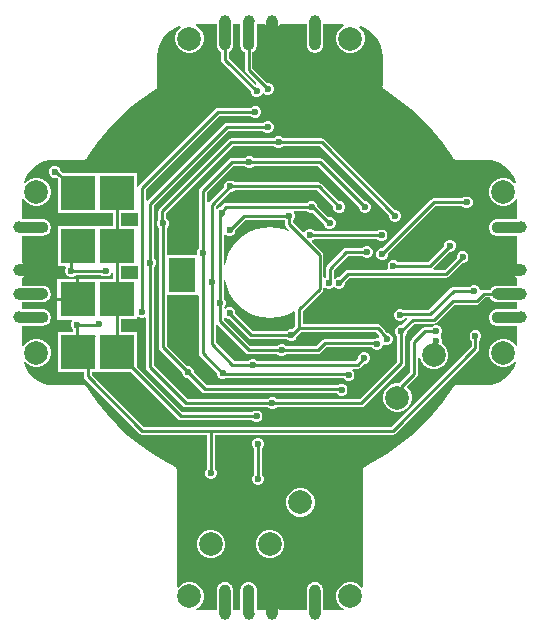
<source format=gbl>
G04*
G04 #@! TF.GenerationSoftware,Altium Limited,Altium Designer,23.8.1 (32)*
G04*
G04 Layer_Physical_Order=2*
G04 Layer_Color=16711680*
%FSLAX44Y44*%
%MOMM*%
G71*
G04*
G04 #@! TF.SameCoordinates,569DF6A4-0AC1-4917-97B5-21C436C54E36*
G04*
G04*
G04 #@! TF.FilePolarity,Positive*
G04*
G01*
G75*
%ADD14C,0.2540*%
%ADD128C,1.0000*%
%ADD129C,2.0000*%
%ADD130R,2.3000X3.0000*%
%ADD131C,0.6000*%
%ADD132R,3.0000X3.0000*%
G36*
X62583Y208671D02*
X60732Y207602D01*
X58498Y205368D01*
X56918Y202632D01*
X56100Y199580D01*
Y196420D01*
X56918Y193368D01*
X58498Y190632D01*
X60732Y188398D01*
X63468Y186818D01*
X66520Y186000D01*
X69680D01*
X72732Y186818D01*
X75468Y188398D01*
X77702Y190632D01*
X79282Y193368D01*
X80100Y196420D01*
Y199580D01*
X79282Y202632D01*
X77702Y205368D01*
X75714Y207356D01*
X76023Y208401D01*
X76171Y208614D01*
X76950Y208591D01*
X80748Y207018D01*
X84355Y204808D01*
X87571Y202061D01*
X90318Y198844D01*
X92528Y195238D01*
X94147Y191330D01*
X95135Y187217D01*
X95434Y183413D01*
X95327Y182875D01*
X95327Y182875D01*
Y157912D01*
X95294Y157748D01*
X95527Y156577D01*
X96190Y155585D01*
X96765Y155201D01*
X96722Y155132D01*
X98876Y153854D01*
X109600Y146408D01*
X119765Y138216D01*
X129320Y129320D01*
X138216Y119765D01*
X146408Y109600D01*
X153854Y98876D01*
X155039Y96879D01*
X155104Y96920D01*
X155487Y96347D01*
X156479Y95684D01*
X157649Y95451D01*
X181388D01*
X181396Y95451D01*
X182649Y95451D01*
X183885Y95369D01*
X186866Y95134D01*
X190979Y94147D01*
X194887Y92528D01*
X198494Y90318D01*
X201710Y87571D01*
X204457Y84355D01*
X206667Y80748D01*
X208240Y76952D01*
X208260Y76174D01*
X208067Y76039D01*
X207001Y75720D01*
X205018Y77702D01*
X202282Y79282D01*
X199230Y80100D01*
X196070D01*
X193018Y79282D01*
X190282Y77702D01*
X188048Y75468D01*
X186468Y72732D01*
X185650Y69680D01*
Y66520D01*
X186468Y63468D01*
X188048Y60732D01*
X190282Y58498D01*
X193018Y56918D01*
X196070Y56100D01*
X199230D01*
X202282Y56918D01*
X205018Y58498D01*
X207252Y60732D01*
X208321Y62582D01*
X209591Y62242D01*
Y45139D01*
X192157D01*
X191961Y45100D01*
X191760D01*
X190794Y44908D01*
X190608Y44831D01*
X190411Y44792D01*
X189501Y44415D01*
X189334Y44303D01*
X189149Y44226D01*
X188330Y43679D01*
X188188Y43537D01*
X188021Y43426D01*
X187324Y42729D01*
X187213Y42562D01*
X187071Y42420D01*
X186523Y41601D01*
X186447Y41416D01*
X186335Y41249D01*
X185958Y40339D01*
X185919Y40142D01*
X185842Y39956D01*
X185650Y38990D01*
Y38789D01*
X185611Y38592D01*
X185611Y37608D01*
X185650Y37411D01*
Y37210D01*
X185842Y36244D01*
X185919Y36058D01*
X185958Y35861D01*
X186335Y34951D01*
X186447Y34784D01*
X186523Y34599D01*
X187071Y33780D01*
X187213Y33638D01*
X187324Y33471D01*
X188021Y32774D01*
X188188Y32663D01*
X188330Y32521D01*
X189149Y31974D01*
X189334Y31897D01*
X189501Y31785D01*
X190411Y31408D01*
X190608Y31369D01*
X190794Y31292D01*
X191760Y31100D01*
X191961D01*
X192157Y31061D01*
X209591D01*
Y8217D01*
X208352Y7501D01*
X207049Y6198D01*
X206127Y4602D01*
X205650Y2822D01*
Y978D01*
X206127Y-802D01*
X207049Y-2398D01*
X208352Y-3701D01*
X209591Y-4417D01*
Y-11061D01*
X192157D01*
X191961Y-11100D01*
X191760D01*
X190794Y-11292D01*
X190608Y-11369D01*
X190411Y-11408D01*
X189501Y-11785D01*
X189334Y-11897D01*
X189149Y-11974D01*
X188330Y-12521D01*
X188188Y-12663D01*
X188021Y-12774D01*
X187324Y-13471D01*
X187213Y-13638D01*
X187071Y-13780D01*
X186595Y-14492D01*
X181124D01*
X179848Y-14746D01*
X179220Y-15165D01*
X177950Y-14578D01*
Y-14505D01*
X177189Y-12668D01*
X175782Y-11261D01*
X173945Y-10500D01*
X171955D01*
X170118Y-11261D01*
X169213Y-12166D01*
X155550D01*
X154274Y-12420D01*
X153192Y-13142D01*
X134209Y-32126D01*
X113197D01*
X112832Y-31761D01*
X110995Y-31000D01*
X109005D01*
X107168Y-31761D01*
X105761Y-33168D01*
X105000Y-35006D01*
Y-36995D01*
X105761Y-38832D01*
X107168Y-40239D01*
X109005Y-41000D01*
X110995D01*
X112832Y-40239D01*
X114239Y-38832D01*
X114255Y-38794D01*
X115687D01*
X116173Y-39967D01*
X111280Y-44861D01*
X110001D01*
X108163Y-45622D01*
X106756Y-47028D01*
X105995Y-48866D01*
Y-50855D01*
X106756Y-52693D01*
X107661Y-53598D01*
Y-75624D01*
X76029Y-107256D01*
X5794D01*
X4889Y-106352D01*
X3051Y-105590D01*
X1062D01*
X-775Y-106352D01*
X-1680Y-107256D01*
X-70029D01*
X-98516Y-78769D01*
Y4557D01*
X-97611Y5462D01*
X-96850Y7300D01*
Y9289D01*
X-97611Y11127D01*
X-98516Y12032D01*
Y56525D01*
X-35175Y119866D01*
X-5587D01*
X-4682Y118961D01*
X-2845Y118200D01*
X-855D01*
X982Y118961D01*
X2389Y120368D01*
X3150Y122205D01*
Y124194D01*
X2389Y126032D01*
X982Y127439D01*
X-855Y128200D01*
X-2845D01*
X-4682Y127439D01*
X-5587Y126534D01*
X-36556D01*
X-37832Y126280D01*
X-38914Y125557D01*
X-103646Y60826D01*
X-104916Y61351D01*
Y70519D01*
X-42969Y132466D01*
X-16082D01*
X-15177Y131561D01*
X-13339Y130800D01*
X-11350D01*
X-9512Y131561D01*
X-8106Y132968D01*
X-7345Y134805D01*
Y136795D01*
X-8106Y138632D01*
X-9512Y140039D01*
X-11350Y140800D01*
X-13339D01*
X-15177Y140039D01*
X-16082Y139134D01*
X-44350D01*
X-45626Y138880D01*
X-46708Y138158D01*
X-110608Y74257D01*
X-111330Y73176D01*
X-111494Y72355D01*
X-112764Y72480D01*
Y84296D01*
X-175049D01*
X-177635Y86883D01*
X-178111Y88032D01*
X-179518Y89439D01*
X-181355Y90200D01*
X-183345D01*
X-185182Y89439D01*
X-186589Y88032D01*
X-187350Y86194D01*
Y84205D01*
X-186589Y82368D01*
X-185182Y80961D01*
X-183345Y80200D01*
X-181355D01*
X-180667Y80485D01*
X-179764Y79581D01*
Y50296D01*
X-133098D01*
Y39296D01*
X-179764D01*
Y5296D01*
X-173187D01*
X-172905Y4974D01*
X-172478Y4026D01*
X-173110Y2500D01*
Y511D01*
X-172349Y-1327D01*
X-170942Y-2733D01*
X-169105Y-3494D01*
X-167116D01*
X-165278Y-2733D01*
X-164338Y-1793D01*
X-142780D01*
X-141911Y-2663D01*
X-140073Y-3424D01*
X-138084D01*
X-136246Y-2663D01*
X-134840Y-1257D01*
X-134368Y-117D01*
X-133098Y-370D01*
Y-5704D01*
X-145224D01*
Y-5164D01*
X-161494D01*
Y-22704D01*
X-162764D01*
Y-23974D01*
X-180304D01*
Y-40244D01*
X-167682D01*
X-167196Y-41417D01*
X-167291Y-41512D01*
X-168052Y-43350D01*
Y-45339D01*
X-167291Y-47176D01*
X-166386Y-48081D01*
Y-50704D01*
X-179764D01*
Y-84704D01*
X-157334D01*
Y-88000D01*
X-157080Y-89276D01*
X-156357Y-90358D01*
X-110358Y-136358D01*
X-109276Y-137080D01*
X-108000Y-137334D01*
X-53334D01*
Y-166263D01*
X-54239Y-167168D01*
X-55000Y-169005D01*
Y-170995D01*
X-54239Y-172832D01*
X-52832Y-174239D01*
X-50995Y-175000D01*
X-49005D01*
X-47168Y-174239D01*
X-45761Y-172832D01*
X-45000Y-170995D01*
Y-169005D01*
X-45761Y-167168D01*
X-46666Y-166263D01*
Y-137334D01*
X104000D01*
X105276Y-137080D01*
X106357Y-136358D01*
X176358Y-66358D01*
X177080Y-65276D01*
X177334Y-64000D01*
Y-57737D01*
X178239Y-56832D01*
X179000Y-54995D01*
Y-53005D01*
X178239Y-51168D01*
X176832Y-49761D01*
X174995Y-49000D01*
X173005D01*
X171168Y-49761D01*
X169761Y-51168D01*
X169000Y-53005D01*
Y-54995D01*
X169761Y-56832D01*
X170666Y-57737D01*
Y-62619D01*
X102619Y-130666D01*
X-106619D01*
X-150666Y-86619D01*
Y-84704D01*
X-117479D01*
X-77925Y-124258D01*
X-76843Y-124980D01*
X-75567Y-125234D01*
X-15087D01*
X-14182Y-126139D01*
X-12345Y-126900D01*
X-10355D01*
X-8518Y-126139D01*
X-7111Y-124732D01*
X-6350Y-122895D01*
Y-120905D01*
X-7111Y-119068D01*
X-8518Y-117661D01*
X-10355Y-116900D01*
X-12345D01*
X-14182Y-117661D01*
X-15087Y-118566D01*
X-74186D01*
X-112764Y-79989D01*
Y-50704D01*
X-126430D01*
Y-39704D01*
X-112764D01*
Y-37574D01*
X-111494Y-37048D01*
X-111082Y-37459D01*
X-109245Y-38221D01*
X-107255D01*
X-106454Y-37889D01*
X-105184Y-38737D01*
Y-80150D01*
X-104930Y-81426D01*
X-104207Y-82508D01*
X-73767Y-112948D01*
X-72685Y-113671D01*
X-71410Y-113925D01*
X-1680D01*
X-775Y-114829D01*
X1062Y-115590D01*
X3051D01*
X4889Y-114829D01*
X5794Y-113925D01*
X77410D01*
X78685Y-113671D01*
X79767Y-112948D01*
X113353Y-79362D01*
X114075Y-78281D01*
X114329Y-77005D01*
Y-53598D01*
X115234Y-52693D01*
X115995Y-50855D01*
Y-49576D01*
X122237Y-43334D01*
X139250D01*
X140526Y-43080D01*
X141608Y-42358D01*
X156681Y-27284D01*
X175000D01*
X176276Y-27030D01*
X177357Y-26308D01*
X182505Y-21160D01*
X186299D01*
X186335Y-21249D01*
X186447Y-21416D01*
X186523Y-21601D01*
X187071Y-22420D01*
X187213Y-22562D01*
X187324Y-22729D01*
X188021Y-23426D01*
X188188Y-23537D01*
X188330Y-23679D01*
X189149Y-24226D01*
X189334Y-24303D01*
X189501Y-24415D01*
X190411Y-24792D01*
X190608Y-24831D01*
X190794Y-24908D01*
X191760Y-25100D01*
X191961D01*
X192157Y-25139D01*
X209591D01*
Y-31061D01*
X192157D01*
X191961Y-31100D01*
X191760D01*
X190794Y-31292D01*
X190608Y-31369D01*
X190411Y-31408D01*
X189501Y-31785D01*
X189334Y-31897D01*
X189149Y-31974D01*
X188330Y-32521D01*
X188188Y-32663D01*
X188021Y-32774D01*
X187324Y-33471D01*
X187213Y-33638D01*
X187071Y-33780D01*
X186523Y-34599D01*
X186447Y-34784D01*
X186335Y-34951D01*
X185958Y-35861D01*
X185919Y-36058D01*
X185842Y-36244D01*
X185650Y-37210D01*
Y-37411D01*
X185611Y-37608D01*
X185611Y-38593D01*
X185650Y-38789D01*
Y-38990D01*
X185842Y-39956D01*
X185919Y-40142D01*
X185958Y-40339D01*
X186335Y-41249D01*
X186447Y-41416D01*
X186523Y-41601D01*
X187071Y-42420D01*
X187213Y-42562D01*
X187324Y-42729D01*
X188021Y-43426D01*
X188188Y-43537D01*
X188330Y-43679D01*
X189149Y-44226D01*
X189334Y-44303D01*
X189501Y-44415D01*
X190411Y-44792D01*
X190608Y-44831D01*
X190794Y-44908D01*
X191760Y-45100D01*
X191961D01*
X192157Y-45139D01*
X209591D01*
Y-62242D01*
X208321Y-62582D01*
X207252Y-60732D01*
X205018Y-58498D01*
X202282Y-56918D01*
X199230Y-56100D01*
X196070D01*
X193018Y-56918D01*
X190282Y-58498D01*
X188048Y-60732D01*
X186468Y-63468D01*
X185650Y-66520D01*
Y-69680D01*
X186468Y-72732D01*
X188048Y-75468D01*
X190282Y-77702D01*
X193018Y-79282D01*
X196070Y-80100D01*
X199230D01*
X202282Y-79282D01*
X205018Y-77702D01*
X207001Y-75719D01*
X208066Y-76038D01*
X208260Y-76174D01*
X208240Y-76952D01*
X206667Y-80748D01*
X204457Y-84355D01*
X201710Y-87571D01*
X198494Y-90318D01*
X194887Y-92528D01*
X190979Y-94147D01*
X186866Y-95135D01*
X182703Y-95462D01*
X182649Y-95451D01*
X157649D01*
X156479Y-95684D01*
X155487Y-96347D01*
X155104Y-96920D01*
X155039Y-96879D01*
X153854Y-98876D01*
X146408Y-109600D01*
X138216Y-119765D01*
X129320Y-129320D01*
X119765Y-138216D01*
X109600Y-146408D01*
X98876Y-153854D01*
X87648Y-160515D01*
X80948Y-163869D01*
X80991Y-163958D01*
X80169Y-164508D01*
X80036Y-164707D01*
X79837Y-164839D01*
X79174Y-165832D01*
X78941Y-167002D01*
Y-171049D01*
Y-266474D01*
X77944Y-266741D01*
X77671Y-266751D01*
X75468Y-264548D01*
X72732Y-262968D01*
X69680Y-262150D01*
X66520D01*
X63468Y-262968D01*
X60732Y-264548D01*
X58498Y-266782D01*
X56918Y-269518D01*
X56100Y-272570D01*
Y-275730D01*
X56918Y-278782D01*
X58498Y-281518D01*
X60732Y-283752D01*
X62583Y-284821D01*
X62243Y-286091D01*
X45139D01*
Y-268657D01*
X45100Y-268461D01*
Y-268260D01*
X44908Y-267294D01*
X44831Y-267108D01*
X44792Y-266911D01*
X44415Y-266001D01*
X44303Y-265834D01*
X44226Y-265649D01*
X43679Y-264830D01*
X43537Y-264688D01*
X43426Y-264521D01*
X42729Y-263824D01*
X42562Y-263713D01*
X42420Y-263571D01*
X41601Y-263023D01*
X41416Y-262947D01*
X41249Y-262835D01*
X40339Y-262458D01*
X40142Y-262419D01*
X39956Y-262342D01*
X38990Y-262150D01*
X38790D01*
X38593Y-262111D01*
X37608D01*
X37411Y-262150D01*
X37210D01*
X36244Y-262342D01*
X36058Y-262419D01*
X35861Y-262458D01*
X34951Y-262835D01*
X34784Y-262947D01*
X34599Y-263023D01*
X33780Y-263571D01*
X33638Y-263713D01*
X33471Y-263824D01*
X32774Y-264521D01*
X32663Y-264688D01*
X32521Y-264830D01*
X31974Y-265649D01*
X31897Y-265834D01*
X31785Y-266001D01*
X31408Y-266911D01*
X31369Y-267108D01*
X31292Y-267294D01*
X31100Y-268260D01*
Y-268461D01*
X31061Y-268657D01*
Y-286091D01*
X8217D01*
X7501Y-284852D01*
X6198Y-283549D01*
X4602Y-282627D01*
X2822Y-282150D01*
X979D01*
X-802Y-282627D01*
X-2398Y-283549D01*
X-3701Y-284852D01*
X-4417Y-286091D01*
X-11061D01*
Y-268657D01*
X-11100Y-268461D01*
Y-268260D01*
X-11292Y-267294D01*
X-11369Y-267108D01*
X-11408Y-266911D01*
X-11785Y-266001D01*
X-11897Y-265834D01*
X-11974Y-265649D01*
X-12521Y-264830D01*
X-12663Y-264688D01*
X-12774Y-264521D01*
X-13471Y-263824D01*
X-13638Y-263713D01*
X-13780Y-263571D01*
X-14599Y-263023D01*
X-14784Y-262947D01*
X-14951Y-262835D01*
X-15861Y-262458D01*
X-16058Y-262419D01*
X-16244Y-262342D01*
X-17210Y-262150D01*
X-17411D01*
X-17608Y-262111D01*
X-18592D01*
X-18789Y-262150D01*
X-18990D01*
X-19956Y-262342D01*
X-20142Y-262419D01*
X-20339Y-262458D01*
X-21249Y-262835D01*
X-21416Y-262947D01*
X-21601Y-263023D01*
X-22420Y-263571D01*
X-22562Y-263713D01*
X-22729Y-263824D01*
X-23426Y-264521D01*
X-23537Y-264688D01*
X-23679Y-264830D01*
X-24226Y-265649D01*
X-24303Y-265834D01*
X-24415Y-266001D01*
X-24792Y-266911D01*
X-24831Y-267108D01*
X-24908Y-267294D01*
X-25100Y-268260D01*
Y-268461D01*
X-25139Y-268657D01*
Y-286091D01*
X-31061D01*
Y-268657D01*
X-31100Y-268461D01*
Y-268260D01*
X-31292Y-267294D01*
X-31369Y-267108D01*
X-31408Y-266911D01*
X-31785Y-266001D01*
X-31897Y-265834D01*
X-31974Y-265649D01*
X-32521Y-264830D01*
X-32663Y-264688D01*
X-32774Y-264521D01*
X-33471Y-263824D01*
X-33638Y-263713D01*
X-33780Y-263571D01*
X-34599Y-263023D01*
X-34784Y-262947D01*
X-34951Y-262835D01*
X-35861Y-262458D01*
X-36058Y-262419D01*
X-36244Y-262342D01*
X-37210Y-262150D01*
X-37411D01*
X-37608Y-262111D01*
X-38593D01*
X-38790Y-262150D01*
X-38990D01*
X-39956Y-262342D01*
X-40142Y-262419D01*
X-40339Y-262458D01*
X-41249Y-262835D01*
X-41416Y-262947D01*
X-41601Y-263023D01*
X-42420Y-263571D01*
X-42562Y-263713D01*
X-42729Y-263824D01*
X-43426Y-264521D01*
X-43537Y-264688D01*
X-43679Y-264830D01*
X-44226Y-265649D01*
X-44303Y-265834D01*
X-44415Y-266001D01*
X-44792Y-266911D01*
X-44831Y-267108D01*
X-44908Y-267294D01*
X-45100Y-268260D01*
Y-268461D01*
X-45139Y-268657D01*
Y-286091D01*
X-62243D01*
X-62583Y-284821D01*
X-60732Y-283752D01*
X-58498Y-281518D01*
X-56918Y-278782D01*
X-56100Y-275730D01*
Y-272570D01*
X-56918Y-269518D01*
X-58498Y-266782D01*
X-60732Y-264548D01*
X-63468Y-262968D01*
X-66520Y-262150D01*
X-69680D01*
X-72732Y-262968D01*
X-75468Y-264548D01*
X-77671Y-266751D01*
X-77944Y-266741D01*
X-78941Y-266474D01*
Y-172000D01*
Y-167002D01*
X-79174Y-165832D01*
X-79837Y-164839D01*
X-80036Y-164707D01*
X-80169Y-164508D01*
X-80991Y-163958D01*
X-80948Y-163869D01*
X-87648Y-160515D01*
X-98876Y-153854D01*
X-109600Y-146408D01*
X-119765Y-138216D01*
X-129320Y-129320D01*
X-138216Y-119765D01*
X-146408Y-109600D01*
X-153854Y-98876D01*
X-155039Y-96879D01*
X-155104Y-96920D01*
X-155486Y-96347D01*
X-156479Y-95684D01*
X-157649Y-95451D01*
X-182649D01*
X-182703Y-95462D01*
X-186866Y-95135D01*
X-190979Y-94147D01*
X-194887Y-92528D01*
X-198494Y-90318D01*
X-201710Y-87571D01*
X-204457Y-84355D01*
X-206667Y-80748D01*
X-208240Y-76952D01*
X-208260Y-76174D01*
X-208067Y-76039D01*
X-207001Y-75720D01*
X-205018Y-77702D01*
X-202282Y-79282D01*
X-199230Y-80100D01*
X-196070D01*
X-193018Y-79282D01*
X-190282Y-77702D01*
X-188048Y-75468D01*
X-186468Y-72732D01*
X-185650Y-69680D01*
Y-66520D01*
X-186468Y-63468D01*
X-188048Y-60732D01*
X-190282Y-58498D01*
X-193018Y-56918D01*
X-196070Y-56100D01*
X-199230D01*
X-202282Y-56918D01*
X-205018Y-58498D01*
X-207252Y-60732D01*
X-208321Y-62582D01*
X-209591Y-62242D01*
Y-45139D01*
X-192157D01*
X-191961Y-45100D01*
X-191760D01*
X-190794Y-44908D01*
X-190608Y-44831D01*
X-190411Y-44792D01*
X-189501Y-44415D01*
X-189334Y-44303D01*
X-189149Y-44226D01*
X-188330Y-43679D01*
X-188188Y-43537D01*
X-188021Y-43426D01*
X-187324Y-42729D01*
X-187213Y-42562D01*
X-187071Y-42420D01*
X-186523Y-41601D01*
X-186447Y-41416D01*
X-186335Y-41249D01*
X-185958Y-40339D01*
X-185919Y-40142D01*
X-185842Y-39956D01*
X-185650Y-38990D01*
Y-38789D01*
X-185611Y-38592D01*
Y-37608D01*
X-185650Y-37411D01*
Y-37210D01*
X-185842Y-36244D01*
X-185919Y-36058D01*
X-185958Y-35861D01*
X-186335Y-34951D01*
X-186447Y-34784D01*
X-186523Y-34599D01*
X-187071Y-33780D01*
X-187213Y-33638D01*
X-187324Y-33471D01*
X-188021Y-32774D01*
X-188188Y-32663D01*
X-188330Y-32521D01*
X-189149Y-31974D01*
X-189334Y-31897D01*
X-189501Y-31785D01*
X-190411Y-31408D01*
X-190608Y-31369D01*
X-190794Y-31292D01*
X-191760Y-31100D01*
X-191961D01*
X-192157Y-31061D01*
X-192650Y-31061D01*
X-209591D01*
Y-25139D01*
X-192157D01*
X-191961Y-25100D01*
X-191760D01*
X-190794Y-24908D01*
X-190608Y-24831D01*
X-190411Y-24792D01*
X-189501Y-24415D01*
X-189334Y-24303D01*
X-189149Y-24226D01*
X-188330Y-23679D01*
X-188188Y-23537D01*
X-188021Y-23426D01*
X-187324Y-22729D01*
X-187213Y-22562D01*
X-187071Y-22420D01*
X-186523Y-21601D01*
X-186447Y-21416D01*
X-186335Y-21249D01*
X-185958Y-20339D01*
X-185919Y-20142D01*
X-185842Y-19956D01*
X-185650Y-18990D01*
Y-18789D01*
X-185611Y-18592D01*
Y-17608D01*
X-185650Y-17411D01*
Y-17210D01*
X-185842Y-16244D01*
X-185919Y-16058D01*
X-185958Y-15861D01*
X-186335Y-14951D01*
X-186447Y-14784D01*
X-186523Y-14599D01*
X-187071Y-13780D01*
X-187213Y-13638D01*
X-187324Y-13471D01*
X-188021Y-12774D01*
X-188188Y-12663D01*
X-188330Y-12521D01*
X-189149Y-11974D01*
X-189334Y-11897D01*
X-189501Y-11785D01*
X-190411Y-11408D01*
X-190608Y-11369D01*
X-190794Y-11292D01*
X-191760Y-11100D01*
X-191961D01*
X-192157Y-11061D01*
X-192650Y-11061D01*
X-209591D01*
Y-4417D01*
X-208352Y-3701D01*
X-207049Y-2398D01*
X-206127Y-802D01*
X-205650Y979D01*
Y2822D01*
X-206127Y4602D01*
X-207049Y6198D01*
X-208352Y7501D01*
X-209591Y8217D01*
Y31061D01*
X-192157D01*
X-191961Y31100D01*
X-191760D01*
X-190794Y31292D01*
X-190608Y31369D01*
X-190411Y31408D01*
X-189501Y31785D01*
X-189334Y31897D01*
X-189149Y31974D01*
X-188330Y32521D01*
X-188188Y32663D01*
X-188021Y32774D01*
X-187324Y33471D01*
X-187213Y33638D01*
X-187071Y33780D01*
X-186523Y34599D01*
X-186447Y34784D01*
X-186335Y34951D01*
X-185958Y35861D01*
X-185919Y36058D01*
X-185842Y36244D01*
X-185650Y37210D01*
Y37411D01*
X-185611Y37608D01*
Y38593D01*
X-185650Y38790D01*
Y38990D01*
X-185842Y39956D01*
X-185919Y40142D01*
X-185958Y40339D01*
X-186335Y41249D01*
X-186447Y41416D01*
X-186523Y41601D01*
X-187071Y42420D01*
X-187213Y42562D01*
X-187324Y42729D01*
X-188021Y43426D01*
X-188188Y43537D01*
X-188330Y43679D01*
X-189149Y44226D01*
X-189334Y44303D01*
X-189501Y44415D01*
X-190411Y44792D01*
X-190608Y44831D01*
X-190794Y44908D01*
X-191760Y45100D01*
X-191961D01*
X-192157Y45139D01*
X-192650Y45139D01*
X-209591D01*
Y62242D01*
X-208321Y62582D01*
X-207252Y60732D01*
X-205018Y58498D01*
X-202282Y56918D01*
X-199230Y56100D01*
X-196070D01*
X-193018Y56918D01*
X-190282Y58498D01*
X-188048Y60732D01*
X-186468Y63468D01*
X-185650Y66520D01*
Y69680D01*
X-186468Y72732D01*
X-188048Y75468D01*
X-190282Y77702D01*
X-193018Y79282D01*
X-196070Y80100D01*
X-199230D01*
X-202282Y79282D01*
X-205018Y77702D01*
X-207001Y75720D01*
X-208068Y76040D01*
X-208260Y76174D01*
X-208240Y76952D01*
X-206667Y80748D01*
X-204457Y84355D01*
X-201710Y87571D01*
X-198494Y90318D01*
X-194887Y92528D01*
X-190979Y94147D01*
X-186866Y95134D01*
X-182703Y95462D01*
X-182649Y95451D01*
X-157649D01*
X-156479Y95684D01*
X-155486Y96347D01*
X-155104Y96920D01*
X-155039Y96879D01*
X-153854Y98876D01*
X-146408Y109600D01*
X-138216Y119765D01*
X-129320Y129320D01*
X-119765Y138216D01*
X-109600Y146408D01*
X-98876Y153854D01*
X-96835Y155065D01*
X-96876Y155131D01*
X-96303Y155514D01*
X-95640Y156506D01*
X-95407Y157677D01*
X-95451Y157899D01*
X-95451Y183000D01*
X-95462Y183054D01*
X-95134Y187217D01*
X-94147Y191330D01*
X-92528Y195238D01*
X-90318Y198844D01*
X-87571Y202061D01*
X-84355Y204808D01*
X-80748Y207018D01*
X-76950Y208591D01*
X-76171Y208613D01*
X-76024Y208402D01*
X-75715Y207356D01*
X-77702Y205368D01*
X-79282Y202632D01*
X-80100Y199580D01*
Y196420D01*
X-79282Y193368D01*
X-77702Y190632D01*
X-75468Y188398D01*
X-72732Y186818D01*
X-69680Y186000D01*
X-66520D01*
X-63468Y186818D01*
X-60732Y188398D01*
X-58498Y190632D01*
X-56918Y193368D01*
X-56100Y196420D01*
Y199580D01*
X-56918Y202632D01*
X-58498Y205368D01*
X-60732Y207602D01*
X-62583Y208671D01*
X-62243Y209941D01*
X-45139D01*
Y192507D01*
X-45100Y192311D01*
Y192110D01*
X-44908Y191144D01*
X-44831Y190958D01*
X-44792Y190761D01*
X-44415Y189851D01*
X-44303Y189684D01*
X-44226Y189499D01*
X-43679Y188680D01*
X-43537Y188538D01*
X-43426Y188371D01*
X-42729Y187674D01*
X-42562Y187563D01*
X-42420Y187421D01*
X-41601Y186873D01*
X-41434Y186804D01*
Y180147D01*
X-41180Y178872D01*
X-40458Y177790D01*
X-16350Y153682D01*
Y152403D01*
X-15589Y150565D01*
X-14182Y149159D01*
X-12345Y148398D01*
X-10355D01*
X-8518Y149159D01*
X-7111Y150565D01*
X-6722Y151505D01*
X-5224Y151803D01*
X-4682Y151261D01*
X-2845Y150500D01*
X-855D01*
X982Y151261D01*
X2389Y152668D01*
X3150Y154505D01*
Y156495D01*
X2389Y158332D01*
X982Y159739D01*
X-855Y160500D01*
X-2135D01*
X-14766Y173131D01*
Y186804D01*
X-14599Y186873D01*
X-13780Y187421D01*
X-13638Y187563D01*
X-13471Y187674D01*
X-12774Y188371D01*
X-12663Y188538D01*
X-12521Y188680D01*
X-11974Y189499D01*
X-11897Y189684D01*
X-11785Y189851D01*
X-11408Y190761D01*
X-11369Y190958D01*
X-11292Y191144D01*
X-11100Y192110D01*
Y192311D01*
X-11061Y192507D01*
Y209941D01*
X-4417D01*
X-3701Y208702D01*
X-2398Y207399D01*
X-802Y206477D01*
X979Y206000D01*
X2822D01*
X4602Y206477D01*
X6198Y207399D01*
X7501Y208702D01*
X8217Y209941D01*
X31061D01*
Y192507D01*
X31100Y192311D01*
Y192110D01*
X31292Y191144D01*
X31369Y190958D01*
X31408Y190761D01*
X31785Y189851D01*
X31897Y189684D01*
X31974Y189499D01*
X32521Y188680D01*
X32663Y188538D01*
X32774Y188371D01*
X33471Y187674D01*
X33638Y187563D01*
X33780Y187421D01*
X34599Y186873D01*
X34784Y186797D01*
X34951Y186685D01*
X35861Y186308D01*
X36058Y186269D01*
X36244Y186192D01*
X37210Y186000D01*
X37411D01*
X37608Y185961D01*
X38593D01*
X38790Y186000D01*
X38990D01*
X39956Y186192D01*
X40142Y186269D01*
X40339Y186308D01*
X41249Y186685D01*
X41416Y186797D01*
X41601Y186873D01*
X42420Y187421D01*
X42562Y187563D01*
X42729Y187674D01*
X43426Y188371D01*
X43537Y188538D01*
X43679Y188680D01*
X44226Y189499D01*
X44303Y189684D01*
X44415Y189851D01*
X44792Y190761D01*
X44831Y190958D01*
X44908Y191144D01*
X45100Y192110D01*
Y192311D01*
X45139Y192507D01*
Y209941D01*
X62243D01*
X62583Y208671D01*
D02*
G37*
G36*
X-25139Y192507D02*
X-25100Y192311D01*
Y192110D01*
X-24908Y191144D01*
X-24831Y190958D01*
X-24792Y190761D01*
X-24415Y189851D01*
X-24303Y189684D01*
X-24226Y189499D01*
X-23679Y188680D01*
X-23537Y188538D01*
X-23426Y188371D01*
X-22729Y187674D01*
X-22562Y187563D01*
X-22420Y187421D01*
X-21601Y186873D01*
X-21434Y186804D01*
Y171750D01*
X-21180Y170474D01*
X-20457Y169392D01*
X-11609Y160544D01*
X-12027Y159166D01*
X-12341Y159103D01*
X-34766Y181528D01*
Y186804D01*
X-34599Y186873D01*
X-33780Y187421D01*
X-33638Y187563D01*
X-33471Y187674D01*
X-32774Y188371D01*
X-32663Y188538D01*
X-32521Y188680D01*
X-31974Y189499D01*
X-31897Y189684D01*
X-31785Y189851D01*
X-31408Y190761D01*
X-31369Y190958D01*
X-31292Y191144D01*
X-31100Y192110D01*
Y192311D01*
X-31061Y192507D01*
Y209941D01*
X-25139D01*
Y192507D01*
D02*
G37*
G36*
X-112764Y50296D02*
X-111584Y50078D01*
Y39515D01*
X-112764Y39296D01*
Y39296D01*
X-126430D01*
Y50296D01*
X-112764D01*
Y50296D01*
D02*
G37*
G36*
Y5296D02*
X-111584Y5078D01*
Y-5485D01*
X-112764Y-5704D01*
Y-5704D01*
X-126430D01*
Y5296D01*
X-112764D01*
Y5296D01*
D02*
G37*
%LPC*%
G36*
X167592Y64288D02*
X165603D01*
X163765Y63527D01*
X162861Y62622D01*
X138598D01*
X137322Y62368D01*
X136240Y61645D01*
X94883Y20288D01*
X94042D01*
X92204Y19527D01*
X90798Y18120D01*
X90036Y16283D01*
Y14293D01*
X90798Y12456D01*
X92204Y11049D01*
X94042Y10288D01*
X96031D01*
X97869Y11049D01*
X99275Y12456D01*
X100036Y14293D01*
Y16012D01*
X139979Y55954D01*
X162861D01*
X163765Y55049D01*
X165603Y54288D01*
X167592D01*
X169430Y55049D01*
X170837Y56456D01*
X171598Y58293D01*
Y60283D01*
X170837Y62120D01*
X169430Y63527D01*
X167592Y64288D01*
D02*
G37*
G36*
X8343Y115224D02*
X6354D01*
X4516Y114463D01*
X3611Y113558D01*
X-32545D01*
X-33821Y113304D01*
X-34903Y112582D01*
X-93507Y53977D01*
X-94230Y52895D01*
X-94484Y51619D01*
Y44667D01*
X-94819Y44332D01*
X-95580Y42495D01*
Y40505D01*
X-94819Y38668D01*
X-93914Y37763D01*
Y-63411D01*
X-93660Y-64687D01*
X-92937Y-65768D01*
X-74675Y-84030D01*
Y-85310D01*
X-73914Y-87148D01*
X-72508Y-88554D01*
X-70670Y-89315D01*
X-69391D01*
X-57586Y-101119D01*
X-56505Y-101842D01*
X-55229Y-102096D01*
X56477D01*
X57839Y-103457D01*
X59676Y-104219D01*
X61666D01*
X63503Y-103457D01*
X64910Y-102051D01*
X65671Y-100213D01*
Y-98224D01*
X64910Y-96386D01*
X63503Y-94980D01*
X61666Y-94219D01*
X59676D01*
X57839Y-94980D01*
X57391Y-95428D01*
X-53848D01*
X-64675Y-84600D01*
Y-83321D01*
X-65437Y-81483D01*
X-66843Y-80077D01*
X-68681Y-79315D01*
X-69960D01*
X-87246Y-62030D01*
Y-19200D01*
X-85747D01*
X-85550Y-19239D01*
X-62550D01*
X-62353Y-19200D01*
X-60550D01*
X-60284Y-20360D01*
Y-68575D01*
X-60030Y-69851D01*
X-59307Y-70933D01*
X-45008Y-85232D01*
Y-86512D01*
X-44247Y-88350D01*
X-42840Y-89756D01*
X-41002Y-90517D01*
X-39013D01*
X-37176Y-89756D01*
X-36868Y-89449D01*
X62319D01*
X62359Y-89544D01*
X63765Y-90951D01*
X65603Y-91712D01*
X67592D01*
X69430Y-90951D01*
X70837Y-89544D01*
X71598Y-87707D01*
Y-85717D01*
X70837Y-83880D01*
X69703Y-82746D01*
X70085Y-81487D01*
X70092Y-81476D01*
X74208D01*
X75484Y-81222D01*
X76566Y-80499D01*
X79565Y-77500D01*
X80845D01*
X82682Y-76739D01*
X84089Y-75332D01*
X84850Y-73495D01*
Y-71505D01*
X84089Y-69668D01*
X82682Y-68261D01*
X80845Y-67500D01*
X78855D01*
X77018Y-68261D01*
X75611Y-69668D01*
X74850Y-71505D01*
Y-72785D01*
X72827Y-74808D01*
X-10812D01*
X-11717Y-73903D01*
X-13555Y-73142D01*
X-15544D01*
X-17382Y-73903D01*
X-18286Y-74808D01*
X-30477D01*
X-46016Y-59269D01*
Y-44235D01*
X-45009Y-43837D01*
X-44746Y-43819D01*
X-20208Y-68358D01*
X-19126Y-69080D01*
X-17850Y-69334D01*
X6263D01*
X7168Y-70239D01*
X9005Y-71000D01*
X10995D01*
X12832Y-70239D01*
X13737Y-69334D01*
X40439D01*
X41715Y-69080D01*
X42796Y-68358D01*
X48382Y-62771D01*
X86039D01*
X86359Y-63544D01*
X87765Y-64951D01*
X89603Y-65712D01*
X91592D01*
X93430Y-64951D01*
X94837Y-63544D01*
X95598Y-61707D01*
Y-61686D01*
X96868Y-60837D01*
X97838Y-61239D01*
X99827D01*
X101665Y-60478D01*
X103071Y-59071D01*
X103832Y-57233D01*
Y-55244D01*
X103071Y-53407D01*
X101665Y-52000D01*
X99827Y-51239D01*
X99484D01*
X97686Y-49441D01*
X97658Y-49302D01*
X96936Y-48221D01*
X93469Y-44754D01*
X92388Y-44031D01*
X91112Y-43778D01*
X28222D01*
Y-32531D01*
X44358Y-16396D01*
X45080Y-15315D01*
X45334Y-14039D01*
Y-13329D01*
X46604Y-12803D01*
X47125Y-13324D01*
X48962Y-14085D01*
X50952D01*
X52789Y-13324D01*
X53414Y-12699D01*
X54300Y-12010D01*
X55073Y-12699D01*
X55754Y-13380D01*
X57592Y-14141D01*
X59581D01*
X61418Y-13380D01*
X62825Y-11973D01*
X63586Y-10136D01*
Y-8234D01*
X67503Y-4316D01*
X149205D01*
X150481Y-4062D01*
X151563Y-3340D01*
X162811Y7909D01*
X164091D01*
X165928Y8670D01*
X167335Y10077D01*
X168096Y11914D01*
Y13903D01*
X167335Y15741D01*
X165928Y17148D01*
X164091Y17909D01*
X162101D01*
X160264Y17148D01*
X158857Y15741D01*
X158096Y13903D01*
Y12624D01*
X147824Y2352D01*
X138689D01*
X138163Y3622D01*
X152214Y17673D01*
X153515D01*
X155353Y18434D01*
X156760Y19841D01*
X157521Y21678D01*
Y23667D01*
X156760Y25505D01*
X155353Y26912D01*
X153515Y27673D01*
X151526D01*
X149689Y26912D01*
X148282Y25505D01*
X147521Y23667D01*
Y22410D01*
X133733Y8622D01*
X108335D01*
X107430Y9527D01*
X105592Y10288D01*
X103603D01*
X101765Y9527D01*
X100359Y8120D01*
X99598Y6283D01*
Y4293D01*
X99876Y3622D01*
X99027Y2352D01*
X66122D01*
X64847Y2098D01*
X63765Y1375D01*
X58248Y-4141D01*
X57592D01*
X55754Y-4902D01*
X55202Y-5454D01*
X53932Y-4928D01*
Y1907D01*
X65979Y13954D01*
X78321D01*
X79225Y13049D01*
X81063Y12288D01*
X83052D01*
X84890Y13049D01*
X86297Y14456D01*
X87058Y16293D01*
Y18283D01*
X86297Y20120D01*
X84890Y21527D01*
X83052Y22288D01*
X81063D01*
X79225Y21527D01*
X78321Y20622D01*
X64598D01*
X63322Y20368D01*
X62240Y19646D01*
X48240Y5645D01*
X47517Y4564D01*
X47264Y3288D01*
Y-4367D01*
X46597Y-4857D01*
X45334Y-4274D01*
Y14994D01*
X45080Y16270D01*
X44358Y17352D01*
X35717Y25993D01*
X36015Y27491D01*
X36686Y27769D01*
X37289Y28372D01*
X90381D01*
X91644Y27109D01*
X93482Y26347D01*
X95471D01*
X97309Y27109D01*
X98715Y28515D01*
X99477Y30353D01*
Y32342D01*
X98715Y34180D01*
X97309Y35586D01*
X95471Y36347D01*
X93482D01*
X91644Y35586D01*
X91098Y35040D01*
X37893D01*
X36686Y36246D01*
X34848Y37008D01*
X32859D01*
X31022Y36246D01*
X29615Y34840D01*
X29337Y34169D01*
X27839Y33870D01*
X19226Y42484D01*
Y44257D01*
X20131Y45162D01*
X20892Y46999D01*
Y48989D01*
X20175Y50718D01*
X20628Y51988D01*
X31533D01*
X32438Y51084D01*
X34275Y50322D01*
X36265D01*
X36374Y50368D01*
X45598Y41144D01*
Y40729D01*
X46359Y38892D01*
X47765Y37485D01*
X49603Y36724D01*
X51592D01*
X53430Y37485D01*
X54837Y38892D01*
X55598Y40729D01*
Y42719D01*
X54837Y44556D01*
X53430Y45963D01*
X51592Y46724D01*
X49603D01*
X49493Y46679D01*
X40270Y55902D01*
Y56317D01*
X39509Y58155D01*
X38102Y59561D01*
X36265Y60322D01*
X34275D01*
X32438Y59561D01*
X31533Y58657D01*
X-37250D01*
X-38525Y58403D01*
X-39607Y57680D01*
X-41619Y55668D01*
X-41715Y55525D01*
X-41986D01*
X-43824Y54763D01*
X-44746Y53841D01*
X-46016Y54367D01*
Y55718D01*
X-33906Y67827D01*
X-32627D01*
X-30789Y68589D01*
X-29884Y69493D01*
X39755D01*
X53759Y55490D01*
Y54210D01*
X54520Y52373D01*
X55926Y50966D01*
X57764Y50205D01*
X59753D01*
X61591Y50966D01*
X62997Y52373D01*
X63759Y54210D01*
Y56199D01*
X62997Y58037D01*
X61591Y59444D01*
X59753Y60205D01*
X58474D01*
X43494Y75185D01*
X42412Y75908D01*
X41136Y76161D01*
X-29884D01*
X-30789Y77066D01*
X-32627Y77827D01*
X-34616D01*
X-36453Y77066D01*
X-37860Y75660D01*
X-38621Y73822D01*
Y72542D01*
X-51708Y59456D01*
X-53397Y59214D01*
X-53616Y59377D01*
Y67669D01*
X-30861Y90424D01*
X-21097D01*
X-20192Y89520D01*
X-18355Y88758D01*
X-16365D01*
X-14528Y89520D01*
X-13623Y90424D01*
X40746D01*
X75598Y55573D01*
Y54293D01*
X76359Y52456D01*
X77765Y51049D01*
X79603Y50288D01*
X81592D01*
X83430Y51049D01*
X84837Y52456D01*
X85598Y54293D01*
Y56283D01*
X84837Y58120D01*
X83430Y59527D01*
X81592Y60288D01*
X80313D01*
X44485Y96116D01*
X43403Y96839D01*
X42127Y97093D01*
X-13623D01*
X-14528Y97997D01*
X-16365Y98758D01*
X-18355D01*
X-20192Y97997D01*
X-21097Y97093D01*
X-32242D01*
X-33517Y96839D01*
X-34599Y96116D01*
X-59307Y71407D01*
X-60030Y70326D01*
X-60284Y69050D01*
Y20537D01*
X-61189Y19632D01*
X-61950Y17795D01*
Y15942D01*
X-62111Y15646D01*
X-62924Y14839D01*
X-85550D01*
X-85747Y14800D01*
X-87246D01*
Y37763D01*
X-86341Y38668D01*
X-85580Y40505D01*
Y42495D01*
X-86341Y44332D01*
X-87748Y45739D01*
X-87816Y45767D01*
Y50238D01*
X-31164Y106890D01*
X3611D01*
X4516Y105985D01*
X6354Y105224D01*
X8343D01*
X10180Y105985D01*
X11085Y106890D01*
X42395D01*
X101000Y48285D01*
Y47005D01*
X101761Y45168D01*
X103168Y43761D01*
X105005Y43000D01*
X106995D01*
X108832Y43761D01*
X110239Y45168D01*
X111000Y47005D01*
Y48994D01*
X110239Y50832D01*
X108832Y52239D01*
X106995Y53000D01*
X105715D01*
X46133Y112582D01*
X45052Y113304D01*
X43776Y113558D01*
X11085D01*
X10180Y114463D01*
X8343Y115224D01*
D02*
G37*
G36*
X-164034Y-5164D02*
X-180304D01*
Y-21434D01*
X-164034D01*
Y-5164D01*
D02*
G37*
G36*
X141827Y-44761D02*
X139838D01*
X138000Y-45522D01*
X137095Y-46427D01*
X131153D01*
X129877Y-46681D01*
X128795Y-47404D01*
X119993Y-56206D01*
X119270Y-57288D01*
X119017Y-58564D01*
Y-84268D01*
X109285Y-94000D01*
X106420D01*
X103368Y-94818D01*
X100632Y-96398D01*
X98398Y-98632D01*
X96818Y-101368D01*
X96000Y-104420D01*
Y-107580D01*
X96818Y-110632D01*
X98398Y-113368D01*
X100632Y-115602D01*
X103368Y-117182D01*
X106420Y-118000D01*
X109580D01*
X112632Y-117182D01*
X115368Y-115602D01*
X117602Y-113368D01*
X119182Y-110632D01*
X120000Y-107580D01*
Y-104420D01*
X119182Y-101368D01*
X117602Y-98632D01*
X115843Y-96872D01*
X124708Y-88007D01*
X125431Y-86925D01*
X125685Y-85649D01*
Y-72177D01*
X126955Y-72010D01*
X127659Y-74639D01*
X129239Y-77375D01*
X131473Y-79609D01*
X134209Y-81189D01*
X137261Y-82007D01*
X140421D01*
X143473Y-81189D01*
X146209Y-79609D01*
X148444Y-77375D01*
X150023Y-74639D01*
X150841Y-71587D01*
Y-68427D01*
X150023Y-65375D01*
X148444Y-62639D01*
X146209Y-60404D01*
X145163Y-59800D01*
X145497Y-58994D01*
Y-57005D01*
X144736Y-55167D01*
X144495Y-54926D01*
X144515Y-53150D01*
X145071Y-52593D01*
X145832Y-50756D01*
Y-48767D01*
X145071Y-46929D01*
X143665Y-45522D01*
X141827Y-44761D01*
D02*
G37*
G36*
X-9005Y-140000D02*
X-10995D01*
X-12832Y-140761D01*
X-14239Y-142168D01*
X-15000Y-144005D01*
Y-145995D01*
X-14239Y-147832D01*
X-13334Y-148737D01*
Y-171263D01*
X-14239Y-172168D01*
X-15000Y-174005D01*
Y-175995D01*
X-14239Y-177832D01*
X-12832Y-179239D01*
X-10995Y-180000D01*
X-9005D01*
X-7168Y-179239D01*
X-5761Y-177832D01*
X-5000Y-175995D01*
Y-174005D01*
X-5761Y-172168D01*
X-6666Y-171263D01*
Y-148737D01*
X-5761Y-147832D01*
X-5000Y-145995D01*
Y-144005D01*
X-5761Y-142168D01*
X-7168Y-140761D01*
X-9005Y-140000D01*
D02*
G37*
G36*
X27323Y-182638D02*
X24164D01*
X21112Y-183456D01*
X18375Y-185036D01*
X16141Y-187270D01*
X14561Y-190006D01*
X13743Y-193058D01*
Y-196218D01*
X14561Y-199270D01*
X16141Y-202006D01*
X18375Y-204240D01*
X21112Y-205820D01*
X24164Y-206638D01*
X27323D01*
X30375Y-205820D01*
X33112Y-204240D01*
X35346Y-202006D01*
X36926Y-199270D01*
X37743Y-196218D01*
Y-193058D01*
X36926Y-190006D01*
X35346Y-187270D01*
X33112Y-185036D01*
X30375Y-183456D01*
X27323Y-182638D01*
D02*
G37*
G36*
X1580Y-218000D02*
X-1580D01*
X-4632Y-218818D01*
X-7368Y-220398D01*
X-9602Y-222632D01*
X-11182Y-225368D01*
X-12000Y-228420D01*
Y-231580D01*
X-11182Y-234632D01*
X-9602Y-237368D01*
X-7368Y-239602D01*
X-4632Y-241182D01*
X-1580Y-242000D01*
X1580D01*
X4632Y-241182D01*
X7368Y-239602D01*
X9602Y-237368D01*
X11182Y-234632D01*
X12000Y-231580D01*
Y-228420D01*
X11182Y-225368D01*
X9602Y-222632D01*
X7368Y-220398D01*
X4632Y-218818D01*
X1580Y-218000D01*
D02*
G37*
G36*
X-48420D02*
X-51580D01*
X-54632Y-218818D01*
X-57368Y-220398D01*
X-59602Y-222632D01*
X-61182Y-225368D01*
X-62000Y-228420D01*
Y-231580D01*
X-61182Y-234632D01*
X-59602Y-237368D01*
X-57368Y-239602D01*
X-54632Y-241182D01*
X-51580Y-242000D01*
X-48420D01*
X-45368Y-241182D01*
X-42632Y-239602D01*
X-40398Y-237368D01*
X-38818Y-234632D01*
X-38000Y-231580D01*
Y-228420D01*
X-38818Y-225368D01*
X-40398Y-222632D01*
X-42632Y-220398D01*
X-45368Y-218818D01*
X-48420Y-218000D01*
D02*
G37*
%LPD*%
G36*
X12558Y44257D02*
Y41102D01*
X12812Y39827D01*
X13534Y38745D01*
X16028Y36251D01*
X15309Y35174D01*
X11889Y36591D01*
X6019Y38000D01*
X0Y38474D01*
X-6019Y38000D01*
X-11889Y36591D01*
X-17467Y34281D01*
X-22614Y31126D01*
X-27205Y27205D01*
X-31126Y22614D01*
X-34281Y17467D01*
X-36591Y11889D01*
X-37846Y6661D01*
X-39116Y6812D01*
Y31899D01*
X-37846Y32425D01*
X-36982Y31561D01*
X-35145Y30800D01*
X-33155D01*
X-31318Y31561D01*
X-29911Y32968D01*
X-29150Y34805D01*
Y36085D01*
X-20575Y44660D01*
X12155D01*
X12558Y44257D01*
D02*
G37*
G36*
X-36591Y-11889D02*
X-34281Y-17467D01*
X-31126Y-22614D01*
X-27205Y-27205D01*
X-22614Y-31126D01*
X-17467Y-34281D01*
X-11889Y-36591D01*
X-6019Y-38000D01*
X0Y-38474D01*
X6019Y-38000D01*
X11889Y-36591D01*
X17467Y-34281D01*
X20446Y-32455D01*
X21554Y-33075D01*
Y-45731D01*
X19082Y-48203D01*
X18995Y-48167D01*
X17005D01*
X15168Y-48928D01*
X14263Y-49833D01*
X-14410D01*
X-29150Y-35093D01*
Y-33505D01*
X-29911Y-31668D01*
X-31318Y-30261D01*
X-33155Y-29500D01*
X-35145D01*
X-36982Y-30261D01*
X-37536Y-30815D01*
X-38788Y-30334D01*
X-38899Y-29425D01*
X-38211Y-28738D01*
X-37450Y-26900D01*
Y-24911D01*
X-38211Y-23073D01*
X-39116Y-22168D01*
Y-6812D01*
X-37846Y-6661D01*
X-36591Y-11889D01*
D02*
G37*
G36*
X-36982Y-38739D02*
X-35145Y-39500D01*
X-34173D01*
X-18148Y-55525D01*
X-17066Y-56248D01*
X-15790Y-56501D01*
X14263D01*
X15168Y-57406D01*
X17005Y-58167D01*
X18995D01*
X20832Y-57406D01*
X22239Y-56000D01*
X23000Y-54162D01*
Y-53715D01*
X26269Y-50446D01*
X89731D01*
X91470Y-52185D01*
X91498Y-52324D01*
X92221Y-53406D01*
X93065Y-54250D01*
X92999Y-54920D01*
X91643Y-55733D01*
X91592Y-55712D01*
X89603D01*
X88570Y-56140D01*
X88387Y-56103D01*
X47001D01*
X45725Y-56357D01*
X44644Y-57080D01*
X39058Y-62666D01*
X13737D01*
X12832Y-61761D01*
X10995Y-61000D01*
X9005D01*
X7168Y-61761D01*
X6263Y-62666D01*
X-16469D01*
X-39116Y-40019D01*
Y-38401D01*
X-37846Y-37875D01*
X-36982Y-38739D01*
D02*
G37*
G36*
G01X33100Y213000D02*
G01X43100D01*
G01Y193000D01*
G02X33100I-5000J0D01*
G01Y213000D01*
D02*
G37*
G36*
G01X-3100Y213000D02*
G01X6900D01*
G01Y193000D01*
G02X-3100I-5000J0D01*
G01Y213000D01*
D02*
G37*
G36*
G01X-23100Y213000D02*
G01X-13100D01*
G01Y193000D01*
G02X-23100I-5000J0D01*
G01Y213000D01*
D02*
G37*
G36*
G01X-43100Y213000D02*
G01X-33100D01*
G01Y193000D01*
G02X-43100I-5000J0D01*
G01Y213000D01*
D02*
G37*
G36*
G01X33100Y-289150D02*
G01X43100D01*
G01Y-269150D01*
G03X33100I-5000J0D01*
G01Y-289150D01*
D02*
G37*
G36*
G01X-3100Y-289150D02*
G01X6900D01*
G01Y-269150D01*
G03X-3100I-5000J0D01*
G01Y-289150D01*
D02*
G37*
G36*
G01X-23100Y-289150D02*
G01X-13100D01*
G01Y-269150D01*
G03X-23100I-5000J0D01*
G01Y-289150D01*
D02*
G37*
G36*
G01X-43100Y-289150D02*
G01X-33100D01*
G01Y-269150D01*
G03X-43100I-5000J0D01*
G01Y-289150D01*
D02*
G37*
G36*
G01X212650Y33100D02*
G01Y43100D01*
G01X192650D01*
G03Y33100I0J-5000D01*
G01X212650D01*
D02*
G37*
G36*
G01Y-3100D02*
G01Y6900D01*
G01X192650D01*
G03Y-3100I0J-5000D01*
G01X212650D01*
D02*
G37*
G36*
G01Y-23100D02*
G01Y-13100D01*
G01X192650D01*
G03Y-23100I0J-5000D01*
G01X212650D01*
D02*
G37*
G36*
G01Y-43100D02*
G01Y-33100D01*
G01X192650D01*
G03Y-43100I0J-5000D01*
G01X212650D01*
D02*
G37*
G36*
G01X-212650Y-43100D02*
G01Y-33100D01*
G01X-192650D01*
G02Y-43100I0J-5000D01*
G01X-212650D01*
D02*
G37*
G36*
G01Y-23100D02*
G01Y-13100D01*
G01X-192650D01*
G02Y-23100I0J-5000D01*
G01X-212650D01*
D02*
G37*
G36*
G01Y-3100D02*
G01Y6900D01*
G01X-192650D01*
G02Y-3100I0J-5000D01*
G01X-212650D01*
D02*
G37*
G36*
G01Y33100D02*
G01Y43100D01*
G01X-192650D01*
G02Y33100I0J-5000D01*
G01X-212650D01*
D02*
G37*
D14*
X-163052Y-44344D02*
X-162880Y-44172D01*
X-144522D01*
X-144350Y-44000D01*
X-163052Y-56958D02*
X-157535Y-62475D01*
X-163052Y-56958D02*
Y-44344D01*
X49957Y-9085D02*
X50598Y-8444D01*
Y3288D01*
X155300Y-23950D02*
X175000D01*
X181124Y-17826D02*
X208379D01*
X175000Y-23950D02*
X181124Y-17826D01*
X-101850Y8295D02*
Y57906D01*
Y-80150D02*
Y8295D01*
X58586Y-9141D02*
Y-8518D01*
X66122Y-982D02*
X149205D01*
X58586Y-8518D02*
X66122Y-982D01*
X50598Y3288D02*
X64598Y17288D01*
X135590Y-35460D02*
X155550Y-15500D01*
X172950D01*
X-31858Y-78142D02*
X74208D01*
X79850Y-72500D01*
X-181688Y84538D02*
X-180005D01*
X-162764Y67296D01*
X-182350Y85200D02*
X-181688Y84538D01*
X-101850Y57906D02*
X-36556Y123200D01*
X-101850Y-80150D02*
X-71410Y-110590D01*
X-108250Y-33221D02*
Y71900D01*
X-44350Y135800D01*
X-129763Y-67704D02*
X-75567Y-121900D01*
X-11350D01*
X-90580Y-63411D02*
X-69675Y-84315D01*
X-90580Y-63411D02*
Y41500D01*
X-91150Y42070D02*
Y51619D01*
X-32545Y110224D01*
X-44350Y135800D02*
X-12345D01*
X-21956Y47994D02*
X15892D01*
X-34150Y35800D02*
X-21956Y47994D01*
X18000Y-54000D02*
X24888Y-47112D01*
X-40991Y51461D02*
X-39261Y53191D01*
Y53311D02*
X-37250Y55322D01*
X-39261Y53191D02*
Y53311D01*
X-37250Y55322D02*
X35974D01*
X-40991Y49588D02*
Y51461D01*
X-56950Y69050D02*
X-32242Y93758D01*
X-56950Y-68575D02*
Y69050D01*
Y-68575D02*
X-39411Y-86115D01*
X-49350Y57098D02*
X-33621Y72827D01*
X-49350Y-60650D02*
Y57098D01*
Y-60650D02*
X-31858Y-78142D01*
X-42450Y-41400D02*
X-17850Y-66000D01*
X-42450Y-41400D02*
Y48130D01*
X-40991Y49588D01*
X-17850Y-66000D02*
X10000D01*
X40439D01*
X-34150Y-34808D02*
X-15790Y-53167D01*
X-34150Y-34808D02*
Y-34500D01*
X-18100Y171750D02*
X-1850Y155500D01*
X-18100Y171750D02*
Y213000D01*
X-38100Y180147D02*
Y213000D01*
Y180147D02*
X-11350Y153398D01*
X-36556Y123200D02*
X-1850D01*
X-144350Y-44264D02*
Y-44000D01*
X-157535Y-62475D02*
X-149034Y-53974D01*
X-162764Y-67704D02*
X-157535Y-62475D01*
X139250Y-40000D02*
X155300Y-23950D01*
X149205Y-982D02*
X163096Y12909D01*
X110540Y-35460D02*
X135590D01*
X120856Y-40000D02*
X139250D01*
X-168075Y1541D02*
X-139114D01*
X-168110Y1505D02*
X-168075Y1541D01*
X-139114D02*
X-139078Y1576D01*
X-129763Y22296D02*
Y67296D01*
Y-22704D02*
Y22296D01*
Y-67704D02*
Y-22704D01*
X-168110Y1505D02*
Y16949D01*
X-162764Y22296D01*
X2057Y-110590D02*
X77410D01*
X-71410D02*
X2057D01*
X77410D02*
X110995Y-77005D01*
X-10000Y-175000D02*
Y-145000D01*
X-50000Y-134000D02*
X104000D01*
X-108000D02*
X-50000D01*
Y-170000D02*
Y-134000D01*
X94118Y31706D02*
X94477Y31347D01*
X34156Y31706D02*
X94118D01*
X33854Y32008D02*
X34156Y31706D01*
X-154000Y-88000D02*
Y-76467D01*
X-162636Y-67831D02*
X-154000Y-76467D01*
X-32242Y93758D02*
X-17360D01*
X42127D01*
X174000Y-64000D02*
Y-54000D01*
X104000Y-134000D02*
X174000Y-64000D01*
X-154000Y-88000D02*
X-108000Y-134000D01*
X110000Y-36000D02*
X110540Y-35460D01*
X40439Y-66000D02*
X47001Y-59437D01*
X-39411Y-86115D02*
X66000D01*
X66598Y-86712D01*
X24888Y-47112D02*
Y-31150D01*
X42000Y-14039D02*
Y14994D01*
X24888Y-47112D02*
X91112D01*
X-15790Y-53167D02*
X18000D01*
X24888Y-31150D02*
X42000Y-14039D01*
X47001Y-59437D02*
X88387D01*
X15892Y41102D02*
X42000Y14994D01*
X15892Y41102D02*
Y47994D01*
X98832Y-56239D02*
Y-55303D01*
X94578Y-51048D02*
X98832Y-55303D01*
X91112Y-47112D02*
X94578Y-50578D01*
Y-51048D02*
Y-50578D01*
X43776Y110224D02*
X106000Y48000D01*
Y48000D02*
Y48000D01*
X7348Y110224D02*
X43776D01*
X-32545D02*
X7348D01*
X111341Y-102659D02*
Y-96659D01*
X122351Y-85649D02*
Y-58564D01*
X111341Y-96659D02*
X122351Y-85649D01*
X108000Y-106000D02*
X111341Y-102659D01*
X131153Y-49761D02*
X140832D01*
X122351Y-58564D02*
X131153Y-49761D01*
X110995Y-49861D02*
X120856Y-40000D01*
X110995Y-77005D02*
Y-49861D01*
X89661Y-60712D02*
X90598D01*
X88387Y-59437D02*
X89661Y-60712D01*
X104598Y5288D02*
X135114D01*
X152499Y22673D01*
X60214Y-98762D02*
X60671Y-99219D01*
X-69675Y-84315D02*
X-55229Y-98762D01*
X60214D01*
X95036Y15727D02*
X138598Y59288D01*
X95036Y15288D02*
Y15727D01*
X49733Y41724D02*
X50598D01*
X36270Y55188D02*
X49733Y41724D01*
X138598Y59288D02*
X166598D01*
X35974Y55188D02*
X36270D01*
X42127Y93758D02*
X80598Y55288D01*
X35974Y55188D02*
Y55322D01*
X64598Y17288D02*
X82058D01*
X-33621Y72827D02*
X41136D01*
X58759Y55205D01*
D128*
X-38100Y213000D02*
D03*
X1900D02*
D03*
X38100D02*
D03*
X-18100D02*
D03*
X-38100Y-289150D02*
D03*
X1900D02*
D03*
X38100D02*
D03*
X-18100D02*
D03*
X212650Y-38100D02*
D03*
Y1900D02*
D03*
Y38100D02*
D03*
Y-18100D02*
D03*
X-212650Y-18100D02*
D03*
Y38100D02*
D03*
Y1900D02*
D03*
Y-38100D02*
D03*
D129*
X108000Y-106000D02*
D03*
X138841Y-70007D02*
D03*
X68100Y198000D02*
D03*
X-68100D02*
D03*
X68100Y-274150D02*
D03*
X-68100D02*
D03*
X197650Y68100D02*
D03*
Y-68100D02*
D03*
X50000Y-230000D02*
D03*
X0D02*
D03*
X-50000D02*
D03*
X-197650Y-68100D02*
D03*
Y68100D02*
D03*
X25744Y-194638D02*
D03*
D130*
X-74050Y-2200D02*
D03*
D131*
X85500Y-22500D02*
D03*
X74500D02*
D03*
Y-33500D02*
D03*
X85500D02*
D03*
X-163052Y-44344D02*
D03*
X49957Y-9085D02*
D03*
X58586Y-9141D02*
D03*
X152521Y22673D02*
D03*
X7348Y110224D02*
D03*
X80598Y55288D02*
D03*
X60671Y-99219D02*
D03*
X172950Y-15500D02*
D03*
X79850Y-72500D02*
D03*
X-182350Y85200D02*
D03*
X-101850Y8295D02*
D03*
X-108250Y-33221D02*
D03*
X-11350Y-121900D02*
D03*
X-90580Y41500D02*
D03*
X-12345Y135800D02*
D03*
X-34150Y35800D02*
D03*
X-56950Y16800D02*
D03*
X-49350Y-7900D02*
D03*
X-42450Y-25905D02*
D03*
X-34150Y-34500D02*
D03*
X-11350Y153398D02*
D03*
X-1850Y155500D02*
D03*
Y123200D02*
D03*
X-144350Y-44000D02*
D03*
X163096Y12909D02*
D03*
X-139078Y1576D02*
D03*
X-168110Y1505D02*
D03*
X2057Y-110590D02*
D03*
X-10000Y-145000D02*
D03*
Y-175000D02*
D03*
X-50000Y-170000D02*
D03*
X94477Y31347D02*
D03*
X174000Y-54000D02*
D03*
X110000Y-36000D02*
D03*
X10000Y-66000D02*
D03*
X-14549Y-78142D02*
D03*
X66598Y-86712D02*
D03*
X18000Y-53167D02*
D03*
X33854Y32008D02*
D03*
X48598Y23288D02*
D03*
X98832Y-56239D02*
D03*
X140497Y-57999D02*
D03*
X106000Y48000D02*
D03*
X140832Y-49761D02*
D03*
X110995Y-49861D02*
D03*
X64768Y-65707D02*
D03*
X95036Y15288D02*
D03*
X50598Y41724D02*
D03*
X166598Y59288D02*
D03*
X104598Y5288D02*
D03*
X82058Y17288D02*
D03*
X90598Y-60712D02*
D03*
X-69675Y-84315D02*
D03*
X-40008Y-85517D02*
D03*
X58759Y55205D02*
D03*
X35270Y55322D02*
D03*
X15892Y47994D02*
D03*
X-17360Y93758D02*
D03*
X-33621Y72827D02*
D03*
X-40991Y50525D02*
D03*
D132*
X-129763Y-67704D02*
D03*
X-162764D02*
D03*
X-129763Y-22704D02*
D03*
X-162764D02*
D03*
X-129763Y22296D02*
D03*
X-162764D02*
D03*
X-129763Y67296D02*
D03*
X-162764D02*
D03*
M02*

</source>
